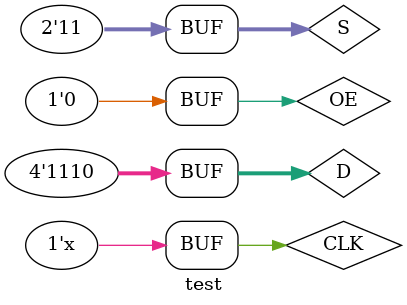
<source format=v>
`timescale 1ns / 1ps


module test;

	
	// Inputs
	reg OE;
	reg [1:0] S;
	reg CLK;
	reg [3:0] D;

	// Outputs
	wire [3:0] Q;
	always
		#50CLK=~CLK;
	// Instantiate the Unit Under Test (UUT)
	demo15 uut (
		.OE(OE), 
		.S(S), 
		.CLK(CLK), 
		.D(D), 
		.Q(Q)
	);

	initial begin
		// Initialize Inputs
		OE = 0;
		S = 0;
		CLK = 0;
		D = 4'b1010;

		// Wait 100 ns for global reset to finish
		#100;
        
		// Add stimulus here
		OE = 0;
		S = 2'b11;
		D = 4'b1010;

		// Wait 100 ns for global reset to finish
		#100;
		OE = 0;
		S = 2'b00;
		D = 4'b1010;

		// Wait 100 ns for global reset to finish
		#100;

		OE = 0;
		S = 2'b01;
		D = 4'b1010;

		// Wait 100 ns for global reset to finish
		#100;
		OE = 0;
		S = 2'b10;
		D = 4'b1010;

		// Wait 100 ns for global reset to finish
		#100;
		OE = 1;
		S = 2'b01;
		D = 4'b1010;

		// Wait 100 ns for global reset to finish
		#100;
		OE = 0;
		S = 2'b11;
		D = 4'b1110;

		// Wait 100 ns for global reset to finish
		#100;
	


	end
      
endmodule

</source>
